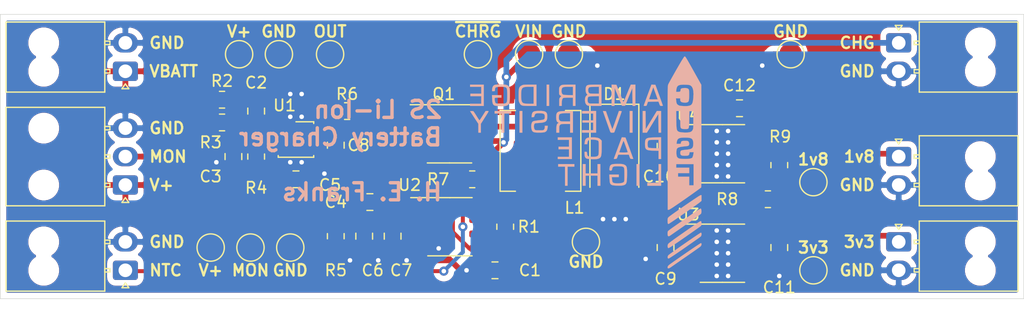
<source format=kicad_pcb>
(kicad_pcb (version 20211014) (generator pcbnew)
  (title_block (title "2S Li-Ion Battery Charger") (date "2021-10-18") (rev "1") (company "Cambridge University Spaceflight") (comment 1 "Drawn By Henry Franks"))
  (layers (0 "F.Cu" signal) (31 "B.Cu" signal) (34 "B.Paste" user) (35 "F.Paste" user) (36 "B.SilkS" user "B.Silkscreen") (37 "F.SilkS" user "F.Silkscreen") (38 "B.Mask" user) (39 "F.Mask" user) (44 "Edge.Cuts" user))
  (net 0 "")
  (net 1 "VBATT")
  (net 2 "GND")
  (net 3 "Net-(C2-Pad1)")
  (net 4 "Net-(C2-Pad2)")
  (net 5 "Net-(C4-Pad1)")
  (net 6 "Net-(C4-Pad2)")
  (net 7 "Net-(C5-Pad1)")
  (net 8 "Net-(C6-Pad1)")
  (net 9 "3v3")
  (net 10 "1v8")
  (net 11 "Net-(D1-Pad1)")
  (net 12 "/BATT_MON")
  (net 13 "Net-(J2-Pad1)")
  (net 14 "Net-(L1-Pad2)")
  (net 15 "Net-(Q1-Pad4)")
  (net 16 "Net-(Q1-Pad2)")
  (net 17 "Net-(R4-Pad2)")
  (net 18 "Net-(R8-Pad1)")
  (net 19 "Net-(C8-Pad1)")
  (net 20 "Net-(J6-Pad1)")
  (net 21 "Net-(TP3-Pad1)")
  (footprint "Battery:R_0805_2012Metric_Pad1.20x1.40mm_HandSolder" (layer "F.Cu") (at 149.4 115.17 90)
    (fp_text reference "R1" (at 0 1 180) (layer "F.SilkS") (effects (justify left)))
    (fp_text value "50m")
    (pad "1" smd roundrect locked (at -1 0 90) (size 1.2 1.4) (layers "F.Cu" "F.Paste" "F.Mask") (roundrect_rratio 0.2083325) (net 1 "VBATT"))
    (pad "2" smd roundrect locked (at 1 0 90) (size 1.2 1.4) (layers "F.Cu" "F.Paste" "F.Mask") (roundrect_rratio 0.2083325) (net 14 "Net-(L1-Pad2)"))
  )
  (footprint "Battery:R_0805_2012Metric_Pad1.20x1.40mm_HandSolder" (layer "F.Cu") (at 173.5 109.75 90)
    (fp_text reference "R9" (at 2.5 -1 180) (layer "F.SilkS") (effects (justify left)))
    (fp_text value "100k")
    (pad "1" smd roundrect locked (at -1 0 90) (size 1.2 1.4) (layers "F.Cu" "F.Paste" "F.Mask") (roundrect_rratio 0.2083325) (net 18 "Net-(R8-Pad1)"))
    (pad "2" smd roundrect locked (at 1 0 90) (size 1.2 1.4) (layers "F.Cu" "F.Paste" "F.Mask") (roundrect_rratio 0.2083325) (net 10 "1v8"))
  )
  (footprint "Battery:R_0805_2012Metric_Pad1.20x1.40mm_HandSolder" (layer "F.Cu") (at 124.5 106)
    (fp_text reference "R3" (at -1 1.75) (layer "F.SilkS"))
    (fp_text value "261")
    (pad "1" smd roundrect locked (at -1 0) (size 1.2 1.4) (layers "F.Cu" "F.Paste" "F.Mask") (roundrect_rratio 0.2083325) (net 12 "/BATT_MON"))
    (pad "2" smd roundrect locked (at 1 0) (size 1.2 1.4) (layers "F.Cu" "F.Paste" "F.Mask") (roundrect_rratio 0.2083325) (net 4 "Net-(C2-Pad2)"))
  )
  (footprint "Battery:SOIC-8_3.9x4.9mm_P1.27mm" (layer "F.Cu") (at 144.5 107)
    (fp_text reference "Q1" (at -0.5 -3.5) (layer "F.SilkS"))
    (fp_text value "Si9933CDY")
    (pad "1" smd roundrect locked (at -2.475 -1.905) (size 1.95 0.6) (layers "F.Cu" "F.Paste" "F.Mask") (net 8 "Net-(C6-Pad1)"))
    (pad "2" smd roundrect locked (at -2.475 -0.635) (size 1.95 0.6) (layers "F.Cu" "F.Paste" "F.Mask") (net 16 "Net-(Q1-Pad2)"))
    (pad "3" smd roundrect locked (at -2.475 0.635) (size 1.95 0.6) (layers "F.Cu" "F.Paste" "F.Mask") (net 8 "Net-(C6-Pad1)"))
    (pad "4" smd roundrect locked (at -2.475 1.905) (size 1.95 0.6) (layers "F.Cu" "F.Paste" "F.Mask") (net 15 "Net-(Q1-Pad4)"))
    (pad "5" smd roundrect locked (at 2.475 1.905) (size 1.95 0.6) (layers "F.Cu" "F.Paste" "F.Mask") (net 13 "Net-(J2-Pad1)"))
    (pad "6" smd roundrect locked (at 2.475 0.635) (size 1.95 0.6) (layers "F.Cu" "F.Paste" "F.Mask") (net 13 "Net-(J2-Pad1)"))
    (pad "7" smd roundrect locked (at 2.475 -0.635) (size 1.95 0.6) (layers "F.Cu" "F.Paste" "F.Mask") (net 11 "Net-(D1-Pad1)"))
    (pad "8" smd roundrect locked (at 2.475 -1.905) (size 1.95 0.6) (layers "F.Cu" "F.Paste" "F.Mask") (net 11 "Net-(D1-Pad1)"))
  )
  (footprint "Battery:R_0805_2012Metric_Pad1.20x1.40mm_HandSolder" (layer "F.Cu") (at 146.5 111)
    (fp_text reference "R7" (at -3 0) (layer "F.SilkS"))
    (fp_text value "100k")
    (pad "1" smd roundrect locked (at -1 0) (size 1.2 1.4) (layers "F.Cu" "F.Paste" "F.Mask") (roundrect_rratio 0.2083325) (net 15 "Net-(Q1-Pad4)"))
    (pad "2" smd roundrect locked (at 1 0) (size 1.2 1.4) (layers "F.Cu" "F.Paste" "F.Mask") (roundrect_rratio 0.2083325) (net 13 "Net-(J2-Pad1)"))
  )
  (footprint "Battery:TestPoint_Pad_D2.0mm" (layer "F.Cu") (at 126 100)
    (fp_text reference "TP1")
    (fp_text value "TestPoint")
    (pad "1" smd circle locked (at 0 0) (size 2 2) (layers "F.Cu" "F.Mask") (net 1 "VBATT"))
  )
  (footprint "Battery:Molex_Nano-Fit_105313-xx02_1x02_P2.50mm_Horizontal" (layer "F.Cu") (at 116 119 180)
    (fp_text reference "J6")
    (fp_text value "NTC")
    (pad "" np_thru_hole circle locked (at 7.18 0 180) (size 1.7 1.7) (drill 1.7) (layers *.Cu *.Mask))
    (pad "" np_thru_hole circle locked (at 7.18 2.5 180) (size 1.7 1.7) (drill 1.7) (layers *.Cu *.Mask))
    (pad "1" thru_hole roundrect locked (at 0 0 180) (size 2.2 1.7) (drill 1.2) (layers *.Cu *.Mask) (roundrect_rratio 0.1470588235) (net 20 "Net-(J6-Pad1)"))
    (pad "2" thru_hole oval locked (at 0 2.5 180) (size 2.2 1.7) (drill 1.2) (layers *.Cu *.Mask) (net 2 "GND"))
  )
  (footprint "Battery:L_Wuerth_HCI-7050" (layer "F.Cu") (at 152.5 108.5 -90)
    (fp_text reference "L1" (at 5 -3 180) (layer "F.SilkS"))
    (fp_text value "6u8")
    (pad "1" smd rect locked (at -2.8 0 270) (size 3.1 3.6) (layers "F.Cu" "F.Adhes" "F.Paste" "F.Mask") (net 11 "Net-(D1-Pad1)"))
    (pad "2" smd rect locked (at 2.8 0 270) (size 3.1 3.6) (layers "F.Cu" "F.Paste" "F.Mask") (net 14 "Net-(L1-Pad2)"))
  )
  (footprint "Battery:R_0805_2012Metric_Pad1.20x1.40mm_HandSolder" (layer "F.Cu") (at 172.5 112.75 180)
    (fp_text reference "R8" (at 2.5 0 180) (layer "F.SilkS") (effects (justify right)))
    (fp_text value "200k")
    (pad "1" smd roundrect locked (at -1 0 180) (size 1.2 1.4) (layers "F.Cu" "F.Paste" "F.Mask") (roundrect_rratio 0.2083325) (net 18 "Net-(R8-Pad1)"))
    (pad "2" smd roundrect locked (at 1 0 180) (size 1.2 1.4) (layers "F.Cu" "F.Paste" "F.Mask") (roundrect_rratio 0.2083325) (net 2 "GND"))
  )
  (footprint "Battery:TestPoint_Pad_D2.0mm" (layer "F.Cu") (at 134 100)
    (fp_text reference "TP3")
    (fp_text value "TestPoint")
    (pad "1" smd circle locked (at 0 0) (size 2 2) (layers "F.Cu" "F.Mask") (net 21 "Net-(TP3-Pad1)"))
  )
  (footprint "Battery:TestPoint_Pad_D2.0mm" (layer "F.Cu") (at 151.5 100)
    (fp_text reference "TP4")
    (fp_text value "TestPoint")
    (pad "1" smd circle locked (at 0 0) (size 2 2) (layers "F.Cu" "F.Mask") (net 13 "Net-(J2-Pad1)"))
  )
  (footprint "Battery:TestPoint_Pad_D2.0mm" (layer "F.Cu") (at 176.5 119)
    (fp_text reference "TP7")
    (fp_text value "TestPoint")
    (pad "1" smd circle locked (at 0 0) (size 2 2) (layers "F.Cu" "F.Mask") (net 9 "3v3"))
  )
  (footprint "Battery:R_0805_2012Metric_Pad1.20x1.40mm_HandSolder" (layer "F.Cu") (at 124.5 104)
    (fp_text reference "R2" (at 0 -1.65) (layer "F.SilkS"))
    (fp_text value "160")
    (pad "1" smd roundrect locked (at -1 0) (size 1.2 1.4) (layers "F.Cu" "F.Paste" "F.Mask") (roundrect_rratio 0.2083325) (net 1 "VBATT"))
    (pad "2" smd roundrect locked (at 1 0) (size 1.2 1.4) (layers "F.Cu" "F.Paste" "F.Mask") (roundrect_rratio 0.2083325) (net 3 "Net-(C2-Pad1)"))
  )
  (footprint "Battery:R_0805_2012Metric_Pad1.20x1.40mm_HandSolder" (layer "F.Cu") (at 134.5 116 -90)
    (fp_text reference "R5" (at 3 0 180) (layer "F.SilkS"))
    (fp_text value "2k2")
    (pad "1" smd roundrect locked (at -1 0 270) (size 1.2 1.4) (layers "F.Cu" "F.Paste" "F.Mask") (roundrect_rratio 0.2083325) (net 6 "Net-(C4-Pad2)"))
    (pad "2" smd roundrect locked (at 1 0 270) (size 1.2 1.4) (layers "F.Cu" "F.Paste" "F.Mask") (roundrect_rratio 0.2083325) (net 2 "GND"))
  )
  (footprint "Battery:TestPoint_Pad_D2.0mm" (layer "F.Cu") (at 129.5 100)
    (fp_text reference "TP2")
    (fp_text value "TestPoint")
    (pad "1" smd circle locked (at 0 0) (size 2 2) (layers "F.Cu" "F.Mask") (net 2 "GND"))
  )
  (footprint "Battery:R_0805_2012Metric_Pad1.20x1.40mm_HandSolder" (layer "F.Cu") (at 135.5 105 180)
    (fp_text reference "R6" (at 0 1.5) (layer "F.SilkS"))
    (fp_text value "100")
    (pad "1" smd roundrect locked (at -1 0 180) (size 1.2 1.4) (layers "F.Cu" "F.Paste" "F.Mask") (roundrect_rratio 0.2083325) (net 1 "VBATT"))
    (pad "2" smd roundrect locked (at 1 0 180) (size 1.2 1.4) (layers "F.Cu" "F.Paste" "F.Mask") (roundrect_rratio 0.2083325) (net 19 "Net-(C8-Pad1)"))
  )
  (footprint "Battery:R_0805_2012Metric_Pad1.20x1.40mm_HandSolder" (layer "F.Cu") (at 127.5 109 90)
    (fp_text reference "R4" (at -2.75 0 180) (layer "F.SilkS"))
    (fp_text value "100")
    (pad "1" smd roundrect locked (at -1 0 90) (size 1.2 1.4) (layers "F.Cu" "F.Paste" "F.Mask") (roundrect_rratio 0.2083325) (net 12 "/BATT_MON"))
    (pad "2" smd roundrect locked (at 1 0 90) (size 1.2 1.4) (layers "F.Cu" "F.Paste" "F.Mask") (roundrect_rratio 0.2083325) (net 17 "Net-(R4-Pad2)"))
  )
  (footprint "Battery:TestPoint_Pad_D2.0mm" (layer "F.Cu") (at 147 100)
    (fp_text reference "TP6")
    (fp_text value "TestPoint")
    (pad "1" smd circle locked (at 0 0) (size 2 2) (layers "F.Cu" "F.Mask") (net 15 "Net-(Q1-Pad4)"))
  )
  (footprint "Battery:C_0805_2012Metric_Pad1.18x1.45mm_HandSolder" (layer "F.Cu") (at 163.5 108.1 -90)
    (fp_text reference "C10" (at 2.65 -1 180) (layer "F.SilkS") (effects (justify right)))
    (fp_text value "10u")
    (pad "1" smd roundrect locked (at -1.0375 0 270) (size 1.175 1.45) (layers "F.Cu" "F.Paste" "F.Mask") (roundrect_rratio 0.2127659574) (net 1 "VBATT"))
    (pad "2" smd roundrect locked (at 1.0375 0 270) (size 1.175 1.45) (layers "F.Cu" "F.Paste" "F.Mask") (roundrect_rratio 0.2127659574) (net 2 "GND"))
  )
  (footprint "Battery:Molex_Nano-Fit_105313-xx02_1x02_P2.50mm_Horizontal" (layer "F.Cu") (at 116 101.5 180)
    (fp_text reference "J3")
    (fp_text value "PWR")
    (pad "" np_thru_hole circle locked (at 7.18 0 180) (size 1.7 1.7) (drill 1.7) (layers *.Cu *.Mask))
    (pad "" np_thru_hole circle locked (at 7.18 2.5 180) (size 1.7 1.7) (drill 1.7) (layers *.Cu *.Mask))
    (pad "1" thru_hole roundrect locked (at 0 0 180) (size 2.2 1.7) (drill 1.2) (layers *.Cu *.Mask) (roundrect_rratio 0.1470588235) (net 1 "VBATT"))
    (pad "2" thru_hole oval locked (at 0 2.5 180) (size 2.2 1.7) (drill 1.2) (layers *.Cu *.Mask) (net 2 "GND"))
  )
  (footprint "Battery:C_0805_2012Metric_Pad1.18x1.45mm_HandSolder" (layer "F.Cu") (at 170 104.75 180)
    (fp_text reference "C12" (at 0 2) (layer "F.SilkS"))
    (fp_text value "10u")
    (pad "1" smd roundrect locked (at -1.0375 0 180) (size 1.175 1.45) (layers "F.Cu" "F.Paste" "F.Mask") (roundrect_rratio 0.2127659574) (net 10 "1v8"))
    (pad "2" smd roundrect locked (at 1.0375 0 180) (size 1.175 1.45) (layers "F.Cu" "F.Paste" "F.Mask") (roundrect_rratio 0.2127659574) (net 2 "GND"))
  )
  (footprint "Battery:D_SMB_Handsoldering" (layer "F.Cu") (at 159 109 -90)
    (fp_text reference "D1" (at -5.5 0 180) (layer "F.SilkS"))
    (fp_text value "B330")
    (pad "1" smd rect locked (at -2.7 0 270) (size 3.5 2.3) (layers "F.Cu" "F.Paste" "F.Mask") (net 11 "Net-(D1-Pad1)"))
    (pad "2" smd rect locked (at 2.7 0 270) (size 3.5 2.3) (layers "F.Cu" "F.Paste" "F.Mask") (net 2 "GND"))
  )
  (footprint "Battery:Molex_Nano-Fit_105313-xx03_1x03_P2.50mm_Horizontal" (layer "F.Cu") (at 116 111.5 180)
    (fp_text reference "J1")
    (fp_text value "BATTERY")
    (pad "" np_thru_hole circle locked (at 7.18 0 180) (size 1.7 1.7) (drill 1.7) (layers *.Cu *.Mask))
    (pad "" np_thru_hole circle locked (at 7.18 5 180) (size 1.7 1.7) (drill 1.7) (layers *.Cu *.Mask))
    (pad "1" thru_hole roundrect locked (at 0 0 180) (size 2.2 1.7) (drill 1.2) (layers *.Cu *.Mask) (roundrect_rratio 0.1470588235) (net 1 "VBATT"))
    (pad "2" thru_hole oval locked (at 0 2.5 180) (size 2.2 1.7) (drill 1.2) (layers *.Cu *.Mask) (net 12 "/BATT_MON"))
    (pad "3" thru_hole oval locked (at 0 5 180) (size 2.2 1.7) (drill 1.2) (layers *.Cu *.Mask) (net 2 "GND"))
  )
  (footprint "Battery:C_0805_2012Metric_Pad1.18x1.45mm_HandSolder" (layer "F.Cu") (at 125.5 109 -90)
    (fp_text reference "C3" (at 1.75 2 180) (layer "F.SilkS"))
    (fp_text value "100n")
    (pad "1" smd roundrect locked (at -1.0375 0 270) (size 1.175 1.45) (layers "F.Cu" "F.Paste" "F.Mask") (roundrect_rratio 0.2127659574) (net 4 "Net-(C2-Pad2)"))
    (pad "2" smd roundrect locked (at 1.0375 0 270) (size 1.175 1.45) (layers "F.Cu" "F.Paste" "F.Mask") (roundrect_rratio 0.2127659574) (net 2 "GND"))
  )
  (footprint "Battery:C_0805_2012Metric_Pad1.18x1.45mm_HandSolder" (layer "F.Cu") (at 137.5 113 180)
    (fp_text reference "C4" (at 3 0) (layer "F.SilkS"))
    (fp_text value "470n")
    (pad "1" smd roundrect locked (at -1.0375 0 180) (size 1.175 1.45) (layers "F.Cu" "F.Paste" "F.Mask") (roundrect_rratio 0.2127659574) (net 5 "Net-(C4-Pad1)"))
    (pad "2" smd roundrect locked (at 1.0375 0 180) (size 1.175 1.45) (layers "F.Cu" "F.Paste" "F.Mask") (roundrect_rratio 0.2127659574) (net 6 "Net-(C4-Pad2)"))
  )
  (footprint "Battery:C_0805_2012Metric_Pad1.18x1.45mm_HandSolder" (layer "F.Cu") (at 148.5 119 180)
    (fp_text reference "C1" (at -2 0 180) (layer "F.SilkS") (effects (justify left)))
    (fp_text value "22u")
    (pad "1" smd roundrect locked (at -1.0375 0 180) (size 1.175 1.45) (layers "F.Cu" "F.Paste" "F.Mask") (roundrect_rratio 0.2127659574) (net 1 "VBATT"))
    (pad "2" smd roundrect locked (at 1.0375 0 180) (size 1.175 1.45) (layers "F.Cu" "F.Paste" "F.Mask") (roundrect_rratio 0.2127659574) (net 2 "GND"))
  )
  (footprint "Battery:C_0805_2012Metric_Pad1.18x1.45mm_HandSolder" (layer "F.Cu") (at 139.5 116 -90)
    (fp_text reference "C7" (at 3 -0.75 180) (layer "F.SilkS"))
    (fp_text value "10u")
    (pad "1" smd roundrect locked (at -1.0375 0 270) (size 1.175 1.45) (layers "F.Cu" "F.Paste" "F.Mask") (roundrect_rratio 0.2127659574) (net 8 "Net-(C6-Pad1)"))
    (pad "2" smd roundrect locked (at 1.0375 0 270) (size 1.175 1.45) (layers "F.Cu" "F.Paste" "F.Mask") (roundrect_rratio 0.2127659574) (net 2 "GND"))
  )
  (footprint "Battery:C_0805_2012Metric_Pad1.18x1.45mm_HandSolder" (layer "F.Cu") (at 163.5 117 -90)
    (fp_text reference "C9" (at 2.75 0 180) (layer "F.SilkS"))
    (fp_text value "10u")
    (pad "1" smd roundrect locked (at -1.0375 0 270) (size 1.175 1.45) (layers "F.Cu" "F.Paste" "F.Mask") (roundrect_rratio 0.2127659574) (net 1 "VBATT"))
    (pad "2" smd roundrect locked (at 1.0375 0 270) (size 1.175 1.45) (layers "F.Cu" "F.Paste" "F.Mask") (roundrect_rratio 0.2127659574) (net 2 "GND"))
  )
  (footprint "Battery:Molex_Nano-Fit_105313-xx02_1x02_P2.50mm_Horizontal" (layer "F.Cu") (at 184 99)
    (fp_text reference "J2")
    (fp_text value "CHG")
    (pad "" np_thru_hole circle locked (at 7.18 2.5) (size 1.7 1.7) (drill 1.7) (layers *.Cu *.Mask))
    (pad "" np_thru_hole circle locked (at 7.18 0) (size 1.7 1.7) (drill 1.7) (layers *.Cu *.Mask))
    (pad "1" thru_hole roundrect locked (at 0 0) (size 2.2 1.7) (drill 1.2) (layers *.Cu *.Mask) (roundrect_rratio 0.1470588235) (net 13 "Net-(J2-Pad1)"))
    (pad "2" thru_hole oval locked (at 0 2.5) (size 2.2 1.7) (drill 1.2) (layers *.Cu *.Mask) (net 2 "GND"))
  )
  (footprint "Battery:Molex_Nano-Fit_105313-xx02_1x02_P2.50mm_Horizontal" (layer "F.Cu") (at 184 109)
    (fp_text reference "J5")
    (fp_text value "1v8")
    (pad "" np_thru_hole circle locked (at 7.18 2.5) (size 1.7 1.7) (drill 1.7) (layers *.Cu *.Mask))
    (pad "" np_thru_hole circle locked (at 7.18 0) (size 1.7 1.7) (drill 1.7) (layers *.Cu *.Mask))
    (pad "1" thru_hole roundrect locked (at 0 0) (size 2.2 1.7) (drill 1.2) (layers *.Cu *.Mask) (roundrect_rratio 0.1470588235) (net 10 "1v8"))
    (pad "2" thru_hole oval locked (at 0 2.5) (size 2.2 1.7) (drill 1.2) (layers *.Cu *.Mask) (net 2 "GND"))
  )
  (footprint "Battery:C_0805_2012Metric_Pad1.18x1.45mm_HandSolder" (layer "F.Cu") (at 173.5 117 -90)
    (fp_text reference "C11" (at 3.5 0 180) (layer "F.SilkS"))
    (fp_text value "10u")
    (pad "1" smd roundrect locked (at -1.0375 0 270) (size 1.175 1.45) (layers "F.Cu" "F.Paste" "F.Mask") (roundrect_rratio 0.2127659574) (net 9 "3v3"))
    (pad "2" smd roundrect locked (at 1.0375 0 270) (size 1.175 1.45) (layers "F.Cu" "F.Paste" "F.Mask") (roundrect_rratio 0.2127659574) (net 2 "GND"))
  )
  (footprint "Battery:C_0805_2012Metric_Pad1.18x1.45mm_HandSolder" (layer "F.Cu") (at 131 111)
    (fp_text reference "C5" (at 3 0.5) (layer "F.SilkS"))
    (fp_text value "330n")
    (pad "1" smd roundrect locked (at -1.0375 0) (size 1.175 1.45) (layers "F.Cu" "F.Paste" "F.Mask") (roundrect_rratio 0.2127659574) (net 7 "Net-(C5-Pad1)"))
    (pad "2" smd roundrect locked (at 1.0375 0) (size 1.175 1.45) (layers "F.Cu" "F.Paste" "F.Mask") (roundrect_rratio 0.2127659574) (net 2 "GND"))
  )
  (footprint "Battery:Molex_Nano-Fit_105313-xx02_1x02_P2.50mm_Horizontal" (layer "F.Cu") (at 184 116.5)
    (fp_text reference "J4")
    (fp_text value "3v3")
    (pad "" np_thru_hole circle locked (at 7.18 0) (size 1.7 1.7) (drill 1.7) (layers *.Cu *.Mask))
    (pad "" np_thru_hole circle locked (at 7.18 2.5) (size 1.7 1.7) (drill 1.7) (layers *.Cu *.Mask))
    (pad "1" thru_hole roundrect locked (at 0 0) (size 2.2 1.7) (drill 1.2) (layers *.Cu *.Mask) (roundrect_rratio 0.1470588235) (net 9 "3v3"))
    (pad "2" thru_hole oval locked (at 0 2.5) (size 2.2 1.7) (drill 1.2) (layers *.Cu *.Mask) (net 2 "GND"))
  )
  (footprint "Battery:C_0805_2012Metric_Pad1.18x1.45mm_HandSolder" (layer "F.Cu") (at 137 116 -90)
    (fp_text reference "C6" (at 3 -0.75 180) (layer "F.SilkS"))
    (fp_text value "100n")
    (pad "1" smd roundrect locked (at -1.0375 0 270) (size 1.175 1.45) (layers "F.Cu" "F.Paste" "F.Mask") (roundrect_rratio 0.2127659574) (net 8 "Net-(C6-Pad1)"))
    (pad "2" smd roundrect locked (at 1.0375 0 270) (size 1.175 1.45) (layers "F.Cu" "F.Paste" "F.Mask") (roundrect_rratio 0.2127659574) (net 2 "GND"))
  )
  (footprint "Battery:C_0805_2012Metric_Pad1.18x1.45mm_HandSolder" (layer "F.Cu") (at 134.5 108 -90)
    (fp_text reference "C8" (at 0 -2 180) (layer "F.SilkS"))
    (fp_text value "100n")
    (pad "1" smd roundrect locked (at -1.0375 0 270) (size 1.175 1.45) (layers "F.Cu" "F.Paste" "F.Mask") (roundrect_rratio 0.2127659574) (net 19 "Net-(C8-Pad1)"))
    (pad "2" smd roundrect locked (at 1.0375 0 270) (size 1.175 1.45) (layers "F.Cu" "F.Paste" "F.Mask") (roundrect_rratio 0.2127659574) (net 2 "GND"))
  )
  (footprint "Battery:TestPoint_Pad_D2.0mm" (layer "F.Cu") (at 127 117)
    (fp_text reference "TP10")
    (fp_text value "TestPoint")
    (pad "1" smd circle locked (at 0 0) (size 2 2) (layers "F.Cu" "F.Mask") (net 12 "/BATT_MON"))
  )
  (footprint "Battery:TestPoint_Pad_D2.0mm" (layer "F.Cu") (at 130.5 117)
    (fp_text reference "TP11")
    (fp_text value "TestPoint")
    (pad "1" smd circle locked (at 0 0) (size 2 2) (layers "F.Cu" "F.Mask") (net 2 "GND"))
  )
  (footprint "Battery:SOIC-8_3.9x4.9mm_P1.27mm" (layer "F.Cu") (at 168.5 108.75)
    (fp_text reference "U4" (at -3 -3.4) (layer "F.SilkS"))
    (fp_text value "MAX604")
    (pad "1" smd roundrect locked (at -2.475 -1.905) (size 1.95 0.6) (layers "F.Cu" "F.Paste" "F.Mask") (net 1 "VBATT"))
    (pad "2" smd roundrect locked (at -2.475 -0.635) (size 1.95 0.6) (layers "F.Cu" "F.Paste" "F.Mask") (net 2 "GND"))
    (pad "3" smd roundrect locked (at -2.475 0.635) (size 1.95 0.6) (layers "F.Cu" "F.Paste" "F.Mask") (net 2 "GND"))
    (pad "4" smd roundrect locked (at -2.475 1.905) (size 1.95 0.6) (layers "F.Cu" "F.Paste" "F.Mask") (net 1 "VBATT"))
    (pad "5" smd roundrect locked (at 2.475 1.905) (size 1.95 0.6) (layers "F.Cu" "F.Paste" "F.Mask") (net 18 "Net-(R8-Pad1)"))
    (pad "6" smd roundrect locked (at 2.475 0.635) (size 1.95 0.6) (layers "F.Cu" "F.Paste" "F.Mask") (net 2 "GND"))
    (pad "7" smd roundrect locked (at 2.475 -0.635) (size 1.95 0.6) (layers "F.Cu" "F.Paste" "F.Mask") (net 2 "GND"))
    (pad "8" smd roundrect locked (at 2.475 -1.905) (size 1.95 0.6) (layers "F.Cu" "F.Paste" "F.Mask") (net 10 "1v8"))
  )
  (footprint "Battery:TestPoint_Pad_D2.0mm" (layer "F.Cu") (at 176.5 111.25)
    (fp_text reference "TP8")
    (fp_text value "TestPoint")
    (pad "1" smd circle locked (at 0 0) (size 2 2) (layers "F.Cu" "F.Mask") (net 10 "1v8"))
  )
  (footprint "Battery:TestPoint_Pad_D2.0mm" (layer "F.Cu") (at 123.5 117)
    (fp_text reference "TP9")
    (fp_text value "TestPoint")
    (pad "1" smd circle locked (at 0 0) (size 2 2) (layers "F.Cu" "F.Mask") (net 1 "VBATT"))
  )
  (footprint "Battery:BQ2920X" (layer "F.Cu") (at 131 107.5)
    (fp_text reference "U1" (at -1 -3) (layer "F.SilkS"))
    (fp_text value "BQ29200")
    (pad "1" smd rect locked (at -1.4 -0.975) (size 0.65 0.35) (layers "F.Cu" "F.Paste" "F.Mask") (net 3 "Net-(C2-Pad1)"))
    (pad "2" smd rect locked (at -1.4 -0.325) (size 0.65 0.35) (layers "F.Cu" "F.Paste" "F.Mask") (net 4 "Net-(C2-Pad2)"))
    (pad "3" smd rect locked (at -1.4 0.325) (size 0.65 0.35) (layers "F.Cu" "F.Paste" "F.Mask") (net 17 "Net-(R4-Pad2)"))
    (pad "4" smd rect locked (at -1.4 0.975) (size 0.65 0.35) (layers "F.Cu" "F.Paste" "F.Mask") (net 7 "Net-(C5-Pad1)"))
    (pad "5" smd rect locked (at 1.4 0.975) (size 0.65 0.35) (layers "F.Cu" "F.Paste" "F.Mask") (net 2 "GND"))
    (pad "6" smd rect locked (at 1.4 0.325) (size 0.65 0.35) (layers "F.Cu" "F.Paste" "F.Mask") (net 2 "GND"))
    (pad "7" smd rect locked (at 1.4 -0.325) (size 0.65 0.35) (layers "F.Cu" "F.Paste" "F.Mask") (net 19 "Net-(C8-Pad1)"))
    (pad "8" smd rect locked (at 1.4 -0.975) (size 0.65 0.35) (layers "F.Cu" "F.Paste" "F.Mask") (net 21 "Net-(TP3-Pad1)"))
    (pad "9" smd rect locked (at 0 0) (size 1.55 2.4) (layers "F.Cu" "F.Mask"))
  )
  (footprint "Battery:C_0805_2012Metric_Pad1.18x1.45mm_HandSolder" (layer "F.Cu") (at 127.5 105 -90)
    (fp_text reference "C2" (at -2.5 0 180) (layer "F.SilkS"))
    (fp_text value "100n")
    (pad "1" smd roundrect locked (at -1.0375 0 270) (size 1.175 1.45) (layers "F.Cu" "F.Paste" "F.Mask") (roundrect_rratio 0.2127659574) (net 3 "Net-(C2-Pad1)"))
    (pad "2" smd roundrect locked (at 1.0375 0 270) (size 1.175 1.45) (layers "F.Cu" "F.Paste" "F.Mask") (roundrect_rratio 0.2127659574) (net 4 "Net-(C2-Pad2)"))
  )
  (footprint "Battery:SO-8_3.9x4.9mm_P1.27mm" (layer "F.Cu") (at 144.54 115.17)
    (fp_text reference "U2" (at -3.54 -3.67) (layer "F.SilkS"))
    (fp_text value "LTC4002ES8")
    (pad "1" smd roundrect locked (at -2.575 -1.905) (size 1.75 0.6) (layers "F.Cu" "F.Paste" "F.Mask") (net 5 "Net-(C4-Pad1)"))
    (pad "2" smd roundrect locked (at -2.575 -0.635) (size 1.75 0.6) (layers "F.Cu" "F.Paste" "F.Mask") (net 8 "Net-(C6-Pad1)"))
    (pad "3" smd roundrect locked (at -2.575 0.635) (size 1.75 0.6) (layers "F.Cu" "F.Paste" "F.Mask") (net 16 "Net-(Q1-Pad2)"))
    (pad "4" smd roundrect locked (at -2.575 1.905) (size 1.75 0.6) (layers "F.Cu" "F.Paste" "F.Mask") (net 2 "GND"))
    (pad "5" smd roundrect locked (at 2.575 1.905) (size 1.75 0.6) (layers "F.Cu" "F.Paste" "F.Mask") (net 15 "Net-(Q1-Pad4)"))
    (pad "6" smd roundrect locked (at 2.575 0.635) (size 1.75 0.6) (layers "F.Cu" "F.Paste" "F.Mask") (net 1 "VBATT"))
    (pad "7" smd roundrect locked (at 2.575 -0.635) (size 1.75 0.6) (layers "F.Cu" "F.Paste" "F.Mask") (net 14 "Net-(L1-Pad2)"))
    (pad "8" smd roundrect locked (at 2.575 -1.905) (size 1.75 0.6) (layers "F.Cu" "F.Paste" "F.Mask") (net 20 "Net-(J6-Pad1)"))
  )
  (footprint "Battery:SOIC-8_3.9x4.9mm_P1.27mm" (layer "F.Cu") (at 168.5 117.5)
    (fp_text reference "U3" (at -3 -3.4) (layer "F.SilkS"))
    (fp_text value "MAX604")
    (pad "1" smd roundrect locked (at -2.475 -1.905) (size 1.95 0.6) (layers "F.Cu" "F.Paste" "F.Mask") (net 1 "VBATT"))
    (pad "2" smd roundrect locked (at -2.475 -0.635) (size 1.95 0.6) (layers "F.Cu" "F.Paste" "F.Mask") (net 2 "GND"))
    (pad "3" smd roundrect locked (at -2.475 0.635) (size 1.95 0.6) (layers "F.Cu" "F.Paste" "F.Mask") (net 2 "GND"))
    (pad "4" smd roundrect locked (at -2.475 1.905) (size 1.95 0.6) (layers "F.Cu" "F.Paste" "F.Mask") (net 1 "VBATT"))
    (pad "5" smd roundrect locked (at 2.475 1.905) (size 1.95 0.6) (layers "F.Cu" "F.Paste" "F.Mask") (net 2 "GND"))
    (pad "6" smd roundrect locked (at 2.475 0.635) (size 1.95 0.6) (layers "F.Cu" "F.Paste" "F.Mask") (net 2 "GND"))
    (pad "7" smd roundrect locked (at 2.475 -0.635) (size 1.95 0.6) (layers "F.Cu" "F.Paste" "F.Mask") (net 2 "GND"))
    (pad "8" smd roundrect locked (at 2.475 -1.905) (size 1.95 0.6) (layers "F.Cu" "F.Paste" "F.Mask") (net 9 "3v3"))
  )
  (footprint "Battery:TestPoint_Pad_D2.0mm" (layer "F.Cu") (at 155 100)
    (fp_text reference "TP5")
    (fp_text value "TestPoint")
    (pad "1" smd circle locked (at 0 0) (size 2 2) (layers "F.Cu" "F.Mask") (net 2 "GND"))
  )
  (footprint "Battery:TestPoint_Pad_D2.0mm" (layer "F.Cu") (at 174.5 100)
    (fp_text reference "TP12")
    (fp_text value "TestPoint")
    (pad "1" smd circle locked (at 0 0) (size 2 2) (layers "F.Cu" "F.Mask") (net 2 "GND"))
  )
  (footprint "Battery:TestPoint_Pad_D2.0mm" (layer "F.Cu") (at 156.5 116.5)
    (fp_text reference "TP13")
    (fp_text value "TestPoint")
    (pad "1" smd circle locked (at 0 0) (size 2 2) (layers "F.Cu" "F.Mask") (net 2 "GND"))
  )
  (footprint "Battery:cusf_logo_full" (layer "B.Cu") (at 156.5 109.5 180)
    (fp_text reference "G***" hide)
    (fp_text value "LOGO" hide)
  )
  (gr_line (start 195 121.5) (end 105 121.5) (layer "Edge.Cuts") (width 0.05))
  (gr_line (start 105 96.5) (end 195 96.5) (layer "Edge.Cuts") (width 0.05))
  (gr_line (start 195 96.5) (end 195 121.5) (layer "Edge.Cuts") (width 0.05))
  (gr_line (start 105 121.5) (end 105 96.5) (layer "Edge.Cuts") (width 0.05))
  (gr_text "2S Li-Ion\nBattery Charger\n\nH. E. Franks" (at 144 108.5) (layer "B.SilkS") (effects (font (size 1.5 1.5) (thickness 0.3)) (justify left mirror)))
  (gr_text "V+" (at 126 98) (layer "F.SilkS") (effects (font (size 1 1) (thickness 0.2))))
  (gr_text "GND" (at 130.5 119) (layer "F.SilkS") (effects (font (size 1 1) (thickness 0.2))))
  (gr_text "~{CHRG}" (at 147 98) (layer "F.SilkS") (effects (font (size 1 1) (thickness 0.2))))
  (gr_text "V+" (at 123.5 119) (layer "F.SilkS") (effects (font (size 1 1) (thickness 0.2))))
  (gr_text "GND" (at 174.5 98) (layer "F.SilkS") (effects (font (size 1 1) (thickness 0.2))))
  (gr_text "GND" (at 118 116.5) (layer "F.SilkS") (effects (font (size 1 1) (thickness 0.2)) (justify left)))
  (gr_text "OUT" (at 134 98) (layer "F.SilkS") (effects (font (size 1 1) (thickness 0.2))))
  (gr_text "MON" (at 118 109) (layer "F.SilkS") (effects (font (size 1 1) (thickness 0.2)) (justify left)))
  (gr_text "MON" (at 127 119) (layer "F.SilkS") (effects (font (size 1 1) (thickness 0.2))))
  (gr_text "GND" (at 129.5 98) (layer "F.SilkS") (effects (font (size 1 1) (thickness 0.2))))
  (gr_text "GND" (at 118 99) (layer "F.SilkS") (effects (font (size 1 1) (thickness 0.2)) (justify left)))
  (gr_text "VIN" (at 151.5 98) (layer "F.SilkS") (effects (font (size 1 1) (thickness 0.2))))
  (gr_text "GND" (at 155 98) (layer "F.SilkS") (effects (font (size 1 1) (thickness 0.2))))
  (gr_text "GND" (at 156.5 118.25) (layer "F.SilkS") (effects (font (size 1 1) (thickness 0.2))))
  (gr_text "GND" (at 118 106.5) (layer "F.SilkS") (effects (font (size 1 1) (thickness 0.2)) (justify left)))
  (gr_text "1v8" (at 176.5 109.25) (layer "F.SilkS") (effects (font (size 1 1) (thickness 0.2))))
  (gr_text "NTC" (at 118 119) (layer "F.SilkS") (effects (font (size 1 1) (thickness 0.2)) (justify left)))
  (gr_text "3v3" (at 176.5 117) (layer "F.SilkS") (effects (font (size 1 1) (thickness 0.2))))
  (gr_text "V+" (at 118 111.5) (layer "F.SilkS") (effects (font (size 1 1) (thickness 0.2)) (justify left)))
  (gr_text "VBATT" (at 118 101.5) (layer "F.SilkS") (effects (font (size 1 1) (thickness 0.2)) (justify left)))
  (gr_text "GND" (at 182 111.5) (layer "F.SilkS") (effects (font (size 1 1) (thickness 0.2)) (justify right)))
  (gr_text "3v3" (at 182 116.5) (layer "F.SilkS") (effects (font (size 1 1) (thickness 0.2)) (justify right)))
  (gr_text "GND" (at 182 119) (layer "F.SilkS") (effects (font (size 1 1) (thickness 0.2)) (justify right)))
  (gr_text "1v8" (at 182 109) (layer "F.SilkS") (effects (font (size 1 1) (thickness 0.2)) (justify right)))
  (gr_text "CHG" (at 182 99) (layer "F.SilkS") (effects (font (size 1 1) (thickness 0.2)) (justify right)))
  (gr_text "GND" (at 182 101.5) (layer "F.SilkS") (effects (font (size 1 1) (thickness 0.2)) (justify right)))
  (segment (start 163.8675 115.595) (end 163.5 115.9625) (width 0.5) (layer "F.Cu") (net 1))
  (segment (start 166.025 106.845) (end 163.7175 106.845) (width 0.5) (layer "F.Cu") (net 1))
  (segment (start 149.5 118.9625) (end 149.5375 119) (width 0.5) (layer "F.Cu") (net 1))
  (segment (start 163.7175 106.845) (end 163.5 107.0625) (width 0.5) (layer "F.Cu") (net 1))
  (segment (start 166.025 115.595) (end 163.8675 115.595) (width 0.5) (layer "F.Cu") (net 1))
  (segment (start 147.115 115.805) (end 149.035 115.805) (width 0.25) (layer "F.Cu") (net 1))
  (segment (start 149.035 115.805) (end 149.4 116.17) (width 0.25) (layer "F.Cu") (net 1))
  (segment (start 162.25 118) (end 161.75 118) (width 0.5) (layer "F.Cu") (net 2))
  (segment (start 156.5 115.25) (end 156.5 116.5) (width 0.5) (layer "F.Cu") (net 2))
  (segment (start 137 117.0375) (end 138.08749 118.12499) (width 0.5) (layer "F.Cu") (net 2))
  (segment (start 138.23125 118.12499) (end 135.75 118.12499) (width 0.5) (layer "F.Cu") (net 2))
  (segment (start 155 100) (end 156.5 100) (width 0.5) (layer "F.Cu") (net 2))
  (segment (start 174.5 100) (end 173 100) (width 0.5) (layer "F.Cu") (net 2))
  (segment (start 156.5 100) (end 157.5 101) (width 0.5) (layer "F.Cu") (net 2))
  (segment (start 173 100) (end 172 101) (width 0.5) (layer "F.Cu") (net 2))
  (segment (start 130.5 117) (end 134.5 117) (width 0.5) (layer "F.Cu") (net 2))
  (segment (start 144.737495 118.262505) (end 144.59998 118.12499) (width 0.5) (layer "F.Cu") (net 2))
  (segment (start 141.965 117.075) (end 143.54999 117.075) (width 0.5) (layer "F.Cu") (net 2))
  (segment (start 131.5 105.5) (end 131.5 103.5) (width 0.5) (layer "F.Cu") (net 2))
  (segment (start 144.59998 118.12499) (end 141.296935 118.12499) (width 0.5) (layer "F.Cu") (net 2))
  (segment (start 134.5 109.5) (end 133.5 110.5) (width 0.5) (layer "F.Cu") (net 2))
  (segment (start 147.4625 119) (end 146 119) (width 0.5) (layer "F.Cu") (net 2))
  (segment (start 141.296935 118.12499) (end 140.73125 118.12499) (width 0.5) (layer "F.Cu") (net 2))
  (segment (start 163.4625 118) (end 162.25 118) (width 0.5) (layer "F.Cu") (net 2))
  (segment (start 133.5 110.5) (end 133 111) (width 0.5) (layer "F.Cu") (net 2))
  (segment (start 160 114.5) (end 160 112.7) (width 0.5) (layer "F.Cu") (net 2))
  (segment (start 132.0375 110.0375) (end 131.5 109.5) (width 0.5) (layer "F.Cu") (net 2))
  (segment (start 131 107.5) (end 131.325001 107.825001) (width 0.35) (layer "F.Cu") (net 2))
  (segment (start 140.58749 118.12499) (end 140.73125 118.12499) (width 0.5) (layer "F.Cu") (net 2))
  (segment (start 134.5 117) (end 135.62499 118.12499) (width 0.5) (layer "F.Cu") (net 2))
  (segment (start 124.5375 110.0375) (end 124 109.5) (width 0.5) (layer "F.Cu") (net 2))
  (segment (start 159 114.5) (end 158 114.5) (width 0.5) (layer "F.Cu") (net 2))
  (segment (start 144.737495 118.262505) (end 143.54999 117.075) (width 0.5) (layer "F.Cu") (net 2))
  (segment (start 129.5 100) (end 130.5 101) (width 0.5) (layer "F.Cu") (net 2))
  (segment (start 146 119) (end 145.47499 119) (width 0.5) (layer "F.Cu") (net 2))
  (segment (start 144.97499 118.5) (end 145.47499 119) (width 0.5) (layer "F.Cu") (net 2))
  (segment (start 131.5 102) (end 130.5 101) (width 0.5) (layer "F.Cu") (net 2))
  (segment (start 130.5 105.5) (end 131.5 105.5) (width 0.5) (layer "F.Cu") (net 2))
  (segment (start 130.5 103.5) (end 131.5 103.5) (width 0.5) (layer "F.Cu") (net 2))
  (segment (start 138.08749 118.12499) (end 138.23125 118.12499) (width 0.5) (layer "F.Cu") (net 2))
  (segment (start 140.73125 118.12499) (end 138.23125 118.12499) (width 0.5) (layer "F.Cu") (net 2))
  (segment (start 139.5 117.0375) (end 140.58749 118.12499) (width 0.5) (layer "F.Cu") (net 2))
  (segment (start 156.5 115.25) (end 157.25 114.5) (width 0.5) (layer "F.Cu") (net 2))
  (segment (start 157.25 114.5) (end 158 114.5) (width 0.5) (layer "F.Cu") (net 2))
  (segment (start 133 111) (end 132.0375 111) (width 0.5) (layer "F.Cu") (net 2))
  (segment (start 163.5 118.0375) (end 163.4625 118) (width 0.5) (layer "F.Cu") (net 2))
  (segment (start 130.5 103.5) (end 130.5 105.5) (width 0.5) (layer "F.Cu") (net 2))
  (segment (start 143.575 117.075) (end 143.54999 117.075) (width 0.35) (layer "F.Cu") (net 2))
  (segment (start 143.575 117.075) (end 143.575 117.075) (width 0.35) (layer "F.Cu") (net 2))
  (segment (start 134.5 109.0375) (end 134.5 109.5) (width 0.5) (layer "F.Cu") (net 2))
  (segment (start 160 112.7) (end 159 111.7) (width 0.5) (layer "F.Cu") (net 2))
  (segment (start 158 114.5) (end 158 112.7) (width 0.5) (layer "F.Cu") (net 2))
  (segment (start 159 114.5) (end 160 114.5) (width 0.5) (layer "F.Cu") (net 2))
  (segment (start 132.4 108.475) (end 130.525 108.475) (width 0.35) (layer "F.Cu") (net 2))
  (segment (start 135.62499 118.12499) (end 135.75 118.12499) (width 0.5) (layer "F.Cu") (net 2))
  (segment (start 158 112.7) (end 159 111.7) (width 0.5) (layer "F.Cu") (net 2))
  (segment (start 131.5 103.5) (end 131.5 102) (width 0.5) (layer "F.Cu") (net 2))
  (segment (start 130.5 109.5) (end 131.5 109.5) (width 0.5) (layer "F.Cu") (net 2))
  (segment (start 145.47499 119) (end 144.737495 118.262505) (width 0.5) (layer "F.Cu") (net 2))
  (segment (start 132.0375 111) (end 132.0375 110.0375) (width 0.5) (layer "F.Cu") (net 2))
  (segment (start 130.5 101) (end 130.5 103.5) (width 0.5) (layer "F.Cu") (net 2))
  (segment (start 132.9625 109.0375) (end 132.4 108.475) (width 0.35) (layer "F.Cu") (net 2))
  (segment (start 131.325001 107.825001) (end 132.4 107.825001) (width 0.35) (layer "F.Cu") (net 2))
  (segment (start 134.5 109.0375) (end 132.9625 109.0375) (width 0.35) (layer "F.Cu") (net 2))
  (segment (start 169 104.7875) (end 168.9625 104.75) (width 0.5) (layer "F.Cu") (net 2))
  (segment (start 173.5 118.0375) (end 173.5 119.5) (width 0.5) (layer "F.Cu") (net 2))
  (segment (start 164.5225 108.115) (end 163.5 109.1375) (width 0.5) (layer "F.Cu") (net 2))
  (segment (start 166.025 108.115) (end 164.5225 108.115) (width 0.5) (layer "F.Cu") (net 2))
  (segment (start 170.975 118.135) (end 173.4025 118.135) (width 0.5) (layer "F.Cu") (net 2))
  (segment (start 139.5 117.0375) (end 141.9275 117.0375) (width 0.5) (layer "F.Cu") (net 2))
  (segment (start 125.5 110.0375) (end 124.5375 110.0375) (width 0.5) (layer "F.Cu") (net 2))
  (segment (start 137 117.0375) (end 134.5375 117.0375) (width 0.5) (layer "F.Cu") (net 2))
  (segment (start 125.5 110.0375) (end 125.0375 110.0375) (width 0.5) (layer "F.Cu") (net 2))
  (segment (start 169 106.75) (end 169 104.7875) (width 0.5) (layer "F.Cu") (net 2))
  (segment (start 168 105.7125) (end 168.9625 104.75) (width 0.5) (layer "F.Cu") (net 2))
  (segment (start 163.5975 118.135) (end 163.5 118.0375) (width 0.5) (layer "F.Cu") (net 2))
  (segment (start 137 117.0375) (end 139.5 117.0375) (width 0.5) (layer "F.Cu") (net 2))
  (segment (start 173.405 119.405) (end 173.5 119.5) (width 0.5) (layer "F.Cu") (net 2))
  (segment (start 163.7475 109.385) (end 163.5 109.1375) (width 0.5) (layer "F.Cu") (net 2))
  (segment (start 159 111.7) (end 159 114.5) (width 0.5) (layer "F.Cu") (net 2))
  (segment (start 169 110.75) (end 171 112.75) (width 0.5) (layer "F.Cu") (net 2))
  (segment (start 141.9275 117.0375) (end 141.965 117.075) (width 0.5) (layer "F.Cu") (net 2))
  (segment (start 166.025 109.385) (end 163.7475 109.385) (width 0.5) (layer "F.Cu") (net 2))
  (segment (start 134.5375 117.0375) (end 134.5 117) (width 0.5) (layer "F.Cu") (net 2))
  (segment (start 171 112.75) (end 171.5 112.75) (width 0.5) (layer "F.Cu") (net 2))
  (segment (start 168 106.75) (end 168 105.7125) (width 0.5) (layer "F.Cu") (net 2))
  (segment (start 166.025 116.865) (end 164.6725 116.865) (width 0.5) (layer "F.Cu") (net 2))
  (segment (start 166.025 118.135) (end 163.5975 118.135) (width 0.5) (layer "F.Cu") (net 2))
  (segment (start 170.975 116.865) (end 172.3275 116.865) (width 0.5) (layer "F.Cu") (net 2))
  (segment (start 164.6725 116.865) (end 163.5 118.0375) (width 0.5) (layer "F.Cu") (net 2))
  (segment (start 172.3275 116.865) (end 173.5 118.0375) (width 0.5) (layer "F.Cu") (net 2))
  (segment (start 170.975 119.405) (end 173.405 119.405) (width 0.5) (layer "F.Cu") (net 2))
  (segment (start 131.5 108) (end 131 107.5) (width 0.5) (layer "F.Cu") (net 2))
  (segment (start 130.5 108) (end 131 107.5) (width 0.5) (layer "F.Cu") (net 2))
  (segment (start 131.5 105.5) (end 131.5 107) (width 0.5) (layer "F.Cu") (net 2))
  (segment (start 131.5 107) (end 131 107.5) (width 0.5) (layer "F.Cu") (net 2))
  (segment (start 130.5 105.5) (end 130.5 107) (width 0.5) (layer "F.Cu") (net 2))
  (segment (start 130.5 107) (end 131 107.5) (width 0.5) (layer "F.Cu") (net 2))
  (segment (start 131.5 109.5) (end 131.5 108) (width 0.5) (layer "F.Cu") (net 2))
  (segment (start 130.5 109.5) (end 130.5 108) (width 0.5) (layer "F.Cu") (net 2))
  (segment (start 173.4025 118.135) (end 173.5 118.0375) (width 0.5) (layer "F.Cu") (net 2))
  (via (at 124 109.5) (size 0.8) (drill 0.4) (layers "F.Cu" "B.Cu") (net 2))
  (via (at 131.5 105.5) (size 0.8) (drill 0.4) (layers "F.Cu" "B.Cu") (net 2))
  (via (at 173.5 119.5) (size 0.8) (drill 0.4) (layers "F.Cu" "B.Cu") (net 2))
  (via (at 169 116.5) (size 0.8) (drill 0.4) (layers "F.Cu" "B.Cu") (net 2))
  (via (at 135.75 118.12499) (size 0.8) (drill 0.4) (layers "F.Cu" "B.Cu") (net 2))
  (via (at 168 108.75) (size 0.8) (drill 0.4) (layers "F.Cu" "B.Cu") (net 2))
  (via (at 130.5 103.5) (size 0.8) (drill 0.4) (layers "F.Cu" "B.Cu") (net 2))
  (via (at 169 118.5) (size 0.8) (drill 0.4) (layers "F.Cu" "B.Cu") (net 2))
  (via (at 130.5 109.5) (size 0.8) (drill 0.4) (layers "F.Cu" "B.Cu") (net 2))
  (via (at 169 106.75) (size 0.8) (drill 0.4) (layers "F.Cu" "B.Cu") (net 2))
  (via (at 131.5 109.5) (size 0.8) (drill 0.4) (layers "F.Cu" "B.Cu") (net 2))
  (via (at 169 117.5) (size 0.8) (drill 0.4) (layers "F.Cu" "B.Cu") (net 2))
  (via (at 130.5 105.5) (size 0.8) (drill 0.4) (layers "F.Cu" "B.Cu") (net 2))
  (via (at 168 109.75) (size 0.8) (drill 0.4) (layers "F.Cu" "B.Cu") (net 2))
  (via (at 168 116.5) (size 0.8) (drill 0.4) (layers "F.Cu" "B.Cu") (net 2))
  (via (at 168 119.5) (size 0.8) (drill 0.4) (layers "F.Cu" "B.Cu") (net 2))
  (via (at 140.73125 118.12499) (size 0.8) (drill 0.4) (layers "F.Cu" "B.Cu") (net 2))
  (via (at 143.54999 117.075) (size 0.8) (drill 0.4) (layers "F.Cu" "B.Cu") (net 2))
  (via (at 168 117.5) (size 0.8) (drill 0.4) (layers "F.Cu" "B.Cu") (net 2))
  (via (at 168 115.5) (size 0.8) (drill 0.4) (layers "F.Cu" "B.Cu") (net 2))
  (via (at 157.5 101) (size 0.8) (drill 0.4) (layers "F.Cu" "B.Cu") (net 2))
  (via (at 169 115.5) (size 0.8) (drill 0.4) (layers "F.Cu" "B.Cu") (net 2))
  (via (at 168 106.75) (size 0.8) (drill 0.4) (layers "F.Cu" "B.Cu") (net 2))
  (via (at 138.23125 118.12499) (size 0.8) (drill 0.4) (layers "F.Cu" "B.Cu") (net 2))
  (via (at 168 107.75) (size 0.8) (drill 0.4) (layers "F.Cu" "B.Cu") (net 2))
  (via (at 131.5 103.5) (size 0.8) (drill 0.4) (layers "F.Cu" "B.Cu") (net 2))
  (via (at 169 119.5) (size 0.8) (drill 0.4) (layers "F.Cu" "B.Cu") (net 2))
  (via (at 169 110.75) (size 0.8) (drill 0.4) (layers "F.Cu" "B.Cu") (net 2))
  (via (at 161.75 118) (size 0.8) (drill 0.4) (layers "F.Cu" "B.Cu") (net 2))
  (via (at 146 119) (size 0.8) (drill 0.4) (layers "F.Cu" "B.Cu") (net 2))
  (via (at 169 108.75) (size 0.8) (drill 0.4) (layers "F.Cu" "B.Cu") (net 2))
  (via (at 172 101) (size 0.8) (drill 0.4) (layers "F.Cu" "B.Cu") (net 2))
  (via (at 169 109.75) (size 0.8) (drill 0.4) (layers "F.Cu" "B.Cu") (net 2))
  (via (at 168 110.75) (size 0.8) (drill 0.4) (layers "F.Cu" "B.Cu") (net 2))
  (via (at 169 107.75) (size 0.8) (drill 0.4) (layers "F.Cu" "B.Cu") (net 2))
  (via (at 159 114.5) (size 0.8) (drill 0.4) (layers "F.Cu" "B.Cu") (net 2))
  (via (at 158 114.5) (size 0.8) (drill 0.4) (layers "F.Cu" "B.Cu") (net 2))
  (via (at 168 118.5) (size 0.8) (drill 0.4) (layers "F.Cu" "B.Cu") (net 2))
  (via (at 133.5 110.5) (size 0.8) (drill 0.4) (layers "F.Cu" "B.Cu") (net 2))
  (via (at 160 114.5) (size 0.8) (drill 0.4) (layers "F.Cu" "B.Cu") (net 2))
  (segment (start 127.5 103.9625) (end 125.5375 103.9625) (width 0.5) (layer "F.Cu") (net 3))
  (segment (start 129.6 106.0625) (end 127.5 103.9625) (width 0.35) (layer "F.Cu") (net 3))
  (segment (start 129.6 106.525) (end 129.6 106.0625) (width 0.35) (layer "F.Cu") (net 3))
  (segment (start 125.5375 103.9625) (end 125.5 104) (width 0.5) (layer "F.Cu") (net 3))
  (segment (start 125.5375 106.0375) (end 125.5 106) (width 0.5) (layer "F.Cu") (net 4))
  (segment (start 128.6375 107.175) (end 127.5 106.0375) (width 0.35) (layer "F.Cu") (net 4))
  (segment (start 127.5 106.0375) (end 125.5375 106.0375) (width 0.5) (layer "F.Cu") (net 4))
  (segment (start 125.5 106) (end 125.5 107.9625) (width 0.5) (layer "F.Cu") (net 4))
  (segment (start 129.6 107.175) (end 128.6375 107.175) (width 0.35) (layer "F.Cu") (net 4))
  (segment (start 138.8025 113.265) (end 138.5375 113) (width 0.5) (layer "F.Cu") (net 5))
  (segment (start 141.965 113.265) (end 138.8025 113.265) (width 0.5) (layer "F.Cu") (net 5))
  (segment (start 136.4625 113) (end 136.4625 113.0375) (width 0.5) (layer "F.Cu") (net 6))
  (segment (start 136.4625 113.0375) (end 134.5 115) (width 0.5) (layer "F.Cu") (net 6))
  (segment (start 129.6 110.6375) (end 129.6 108.475) (width 0.35) (layer "F.Cu") (net 7))
  (segment (start 129.9625 111) (end 129.6 110.6375) (width 0.35) (layer "F.Cu") (net 7))
  (segment (start 141.05 105.095) (end 139.77499 106.37001) (width 0.5) (layer "F.Cu") (net 8))
  (segment (start 139.77499 106.37001) (end 139.77499 109.77499) (width 0.5) (layer "F.Cu") (net 8))
  (segment (start 142.979957 112.414991) (end 143.390009 112.825043) (width 0.5) (layer "F.Cu") (net 8))
  (segment (start 143.390009 113.984991) (end 142.84 114.535) (width 0.5) (layer "F.Cu") (net 8))
  (segment (start 141.5375 114.9625) (end 141.965 114.535) (width 0.35) (layer "F.Cu") (net 8))
  (segment (start 142.719966 105.095) (end 142.025 105.095) (width 0.5) (layer "F.Cu") (net 8))
  (segment (start 142.025 105.095) (end 141.05 105.095) (width 0.5) (layer "F.Cu") (net 8))
  (segment (start 142.025 107.635) (end 143 107.635) (width 0.5) (layer "F.Cu") (net 8))
  (segment (start 139.77499 109.77499) (end 142.414991 112.414991) (width 0.5) (layer "F.Cu") (net 8))
  (segment (start 142.84 114.535) (end 141.965 114.535) (width 0.5) (layer "F.Cu") (net 8))
  (segment (start 143 107.635) (end 143.55001 107.08499) (width 0.5) (layer "F.Cu") (net 8))
  (segment (start 139.5 114.9625) (end 141.5375 114.9625) (width 0.35) (layer "F.Cu") (net 8))
  (segment (start 143.55001 107.08499) (end 143.55001 105.925044) (width 0.5) (layer "F.Cu") (net 8))
  (segment (start 139.5 114.9625) (end 137 114.9625) (width 0.5) (layer "F.Cu") (net 8))
  (segment (start 143.55001 105.925044) (end 142.719966 105.095) (width 0.5) (layer "F.Cu") (net 8))
  (segment (start 142.414991 112.414991) (end 142.979957 112.414991) (width 0.5) (layer "F.Cu") (net 8))
  (segment (start 143.390009 112.825043) (end 143.390009 113.984991) (width 0.5) (layer "F.Cu") (net 8))
  (segment (start 175.4625 115.9625) (end 183.4625 115.9625) (width 0.5) (layer "F.Cu") (net 9))
  (segment (start 183.4625 115.9625) (end 184 116.5) (width 0.5) (layer "F.Cu") (net 9))
  (segment (start 173.1325 115.595) (end 173.5 115.9625) (width 0.5) (layer "F.Cu") (net 9))
  (segment (start 175.0375 115.9625) (end 175.4625 115.9625) (width 0.5) (layer "F.Cu") (net 9))
  (segment (start 173.5 115.9625) (end 175.0375 115.9625) (width 0.5) (layer "F.Cu") (net 9))
  (segment (start 170.975 115.595) (end 173.1325 115.595) (width 0.5) (layer "F.Cu") (net 9))
  (segment (start 175.4625 115.9625) (end 176.5 117) (width 0.5) (layer "F.Cu") (net 9))
  (segment (start 176.5 117) (end 176.5 119) (width 0.5) (layer "F.Cu") (net 9))
  (segment (start 183.75 108.75) (end 184 109) (width 0.5) (layer "F.Cu") (net 10))
  (segment (start 176 108.75) (end 183.75 108.75) (width 0.5) (layer "F.Cu") (net 10))
  (segment (start 173.5 108.75) (end 176 108.75) (width 0.5) (layer "F.Cu") (net 10))
  (segment (start 171.0375 104.75) (end 171.0375 106.7825) (width 0.5) (layer "F.Cu") (net 10))
  (segment (start 172.595 106.845) (end 173.5 107.75) (width 0.5) (layer "F.Cu") (net 10))
  (segment (start 173.5 108.75) (end 174.5 108.75) (width 0.5) (layer "F.Cu") (net 10))
  (segment (start 173.5 107.75) (end 173.5 108.75) (width 0.5) (layer "F.Cu") (net 10))
  (segment (start 171.0375 106.7825) (end 170.975 106.845) (width 0.5) (layer "F.Cu") (net 10))
  (segment (start 176.5 111.25) (end 176.5 109.25) (width 0.5) (layer "F.Cu") (net 10))
  (segment (start 170.975 106.845) (end 172.595 106.845) (width 0.5) (layer "F.Cu") (net 10))
  (segment (start 176.5 109.25) (end 176 108.75) (width 0.5) (layer "F.Cu") (net 10))
  (segment (start 145.25 106) (end 145.25 105.5) (width 0.5) (layer "F.Cu") (net 11))
  (segment (start 146.975 105.095) (end 145.655 105.095) (width 0.5) (layer "F.Cu") (net 11))
  (segment (start 146.975 106.365) (end 145.615 106.365) (width 0.5) (layer "F.Cu") (net 11))
  (segment (start 146.975 106.365) (end 151.835 106.365) (width 0.5) (layer "F.Cu") (net 11))
  (segment (start 145.615 106.365) (end 145.25 106) (width 0.5) (layer "F.Cu") (net 11))
  (segment (start 145.655 105.095) (end 145.25 105.5) (width 0.5) (layer "F.Cu") (net 11))
  (segment (start 146.975 105.095) (end 151.895 105.095) (width 0.5) (layer "F.Cu") (net 11))
  (segment (start 151.835 106.365) (end 152.5 105.7) (width 0.5) (layer "F.Cu") (net 11))
  (segment (start 153.1 106.3) (end 152.5 105.7) (width 0.5) (layer "F.Cu") (net 11))
  (segment (start 151.895 105.095) (end 152.5 105.7) (width 0.5) (layer "F.Cu") (net 11))
  (segment (start 159 106.3) (end 153.1 106.3) (width 0.5) (layer "F.Cu") (net 11))
  (segment (start 119 109) (end 117.5 109) (width 0.5) (layer "F.Cu") (net 12))
  (segment (start 117.5 109) (end 116 109) (width 0.5) (layer "F.Cu") (net 12))
  (segment (start 121.5 109) (end 123.67501 111.17501) (width 0.5) (layer "F.Cu") (net 12))
  (segment (start 127 114.5) (end 123.67501 111.17501) (width 0.5) (layer "F.Cu") (net 12))
  (segment (start 127.5 110) (end 126.32499 111.17501) (width 0.5) (layer "F.Cu") (net 12))
  (segment (start 121.5 109) (end 119 109) (width 0.5) (layer "F.Cu") (net 12))
  (segment (start 122 106) (end 123.5 106) (width 0.5) (layer "F.Cu") (net 12))
  (segment (start 126.32499 111.17501) (end 123.67501 111.17501) (width 0.5) (layer "F.Cu") (net 12))
  (segment (start 127 117) (end 127 114.5) (width 0.5) (layer "F.Cu") (net 12))
  (segment (start 119 109) (end 122 106) (width 0.5) (layer "F.Cu") (net 12))
  (segment (start 148.095 108.905) (end 149.25 107.75) (width 0.5) (layer "F.Cu") (net 13))
  (segment (start 149.5 102) (end 151.5 100) (width 0.5) (layer "F.Cu") (net 13))
  (segment (start 149.135 107.635) (end 149.25 107.75) (width 0.5) (layer "F.Cu") (net 13))
  (segment (start 146.975 107.635) (end 149.135 107.635) (width 0.5) (layer "F.Cu") (net 13))
  (segment (start 147.5 109.43) (end 146.975 108.905) (width 0.5) (layer "F.Cu") (net 13))
  (segment (start 146.975 108.905) (end 148.095 108.905) (width 0.5) (layer "F.Cu") (net 13))
  (segment (start 147.5 111) (end 147.5 109.43) (width 0.5) (layer "F.Cu") (net 13))
  (via (at 149.25 107.75) (size 0.8) (drill 0.4) (layers "F.Cu" "B.Cu") (net 13))
  (via (at 149.5 102) (size 0.8) (drill 0.4) (layers "F.Cu" "B.Cu") (net 13))
  (segment (start 149.25 107.75) (end 149.5 107.5) (width 0.5) (layer "B.Cu") (net 13))
  (segment (start 151 99) (end 178.5 99) (width 0.5) (layer "B.Cu") (net 13))
  (segment (start 149.5 100.5) (end 151 99) (width 0.5) (layer "B.Cu") (net 13))
  (segment (start 149.5 107.5) (end 149.5 100.5) (width 0.5) (layer "B.Cu") (net 13))
  (segment (start 178.5 99) (end 184 99) (width 0.5) (layer "B.Cu") (net 13))
  (segment (start 152.5 111.3) (end 152.37 111.3) (width 0.5) (layer "F.Cu") (net 14))
  (segment (start 152.5 111.3) (end 152.27 111.3) (width 0.5) (layer "F.Cu") (net 14))
  (segment (start 152.27 111.3) (end 149.4 114.17) (width 0.5) (layer "F.Cu") (net 14))
  (segment (start 147.115 114.535) (end 149.035 114.535) (width 0.25) (layer "F.Cu") (net 14))
  (segment (start 149.035 114.535) (end 149.4 114.17) (width 0.25) (layer "F.Cu") (net 14))
  (segment (start 142.025 108.905) (end 143.345 108.905) (width 0.5) (layer "F.Cu") (net 15))
  (segment (start 143.405 108.905) (end 145.5 111) (width 0.5) (layer "F.Cu") (net 15))
  (segment (start 144.44999 106.331374) (end 144.44999 102.55001) (width 0.5) (layer "F.Cu") (net 15))
  (segment (start 142.025 108.905) (end 143.405 108.905) (width 0.5) (layer "F.Cu") (net 15))
  (segment (start 144.449992 106.331376) (end 144.44999 106.331374) (width 0.5) (layer "F.Cu") (net 15))
  (segment (start 144.44999 102.55001) (end 147 100) (width 0.5) (layer "F.Cu") (net 15))
  (segment (start 147.115 117.075) (end 146.24 117.075) (width 0.35) (layer "F.Cu") (net 15))
  (segment (start 146.24 117.075) (end 144.8 115.635) (width 0.35) (layer "F.Cu") (net 15))
  (segment (start 144.8 115.635) (end 144.8 111.7) (width 0.35) (layer "F.Cu") (net 15))
  (segment (start 143 108.905) (end 144.449992 107.455008) (width 0.5) (layer "F.Cu") (net 15))
  (segment (start 144.449992 107.455008) (end 144.449992 106.331376) (width 0.5) (layer "F.Cu") (net 15))
  (segment (start 142.025 108.905) (end 143 108.905) (width 0.5) (layer "F.Cu") (net 15))
  (segment (start 143.2975 108.905) (end 142.025 108.905) (width 0.3) (layer "F.Cu") (net 15))
  (segment (start 144.8 111.7) (end 145.5 111) (width 0.35) (layer "F.Cu") (net 15))
  (segment (start 141.05 106.365) (end 140.500001 106.914999) (width 0.35) (layer "F.Cu") (net 16))
  (segment (start 142.66968 115.805) (end 141.965 115.805) (width 0.35) (layer "F.Cu") (net 16))
  (segment (start 142.7153 111.68998) (end 143.280267 111.689981) (width 0.35) (layer "F.Cu") (net 16))
  (segment (start 144.11502 114.35966) (end 142.66968 115.805) (width 0.35) (layer "F.Cu") (net 16))
  (segment (start 140.500001 109.474681) (end 142.7153 111.68998) (width 0.35) (layer "F.Cu") (net 16))
  (segment (start 143.280267 111.689981) (end 144.11502 112.524734) (width 0.35) (layer "F.Cu") (net 16))
  (segment (start 144.11502 112.524734) (end 144.11502 114.35966) (width 0.35) (layer "F.Cu") (net 16))
  (segment (start 142.559966 115.805) (end 141.965 115.805) (width 0.5) (layer "F.Cu") (net 16))
  (segment (start 140.500001 106.914999) (end 140.500001 109.474681) (width 0.35) (layer "F.Cu") (net 16))
  (segment (start 142.025 106.365) (end 141.05 106.365) (width 0.35) (layer "F.Cu") (net 16))
  (segment (start 127.675 107.825) (end 127.5 108) (width 0.35) (layer "F.Cu") (net 17))
  (segment (start 129.6 107.825) (end 127.675 107.825) (width 0.35) (layer "F.Cu") (net 17))
  (segment (start 173.5 110.75) (end 173.5 112.75) (width 0.5) (layer "F.Cu") (net 18))
  (segment (start 170.975 110.655) (end 173.405 110.655) (width 0.5) (layer "F.Cu") (net 18))
  (segment (start 173.405 110.655) (end 173.5 110.75) (width 0.5) (layer "F.Cu") (net 18))
  (segment (start 134.5 106.9625) (end 134.5 105) (width 0.5) (layer "F.Cu") (net 19))
  (segment (start 132.4 107.175) (end 134.2875 107.175) (width 0.35) (layer "F.Cu") (net 19))
  (segment (start 134.2875 107.175) (end 134.5 106.9625) (width 0.35) (layer "F.Cu") (net 19))
  (segment (start 116.07499 119.07499) (end 116 119) (width 0.35) (layer "F.Cu") (net 20))
  (segment (start 144 119.07499) (end 116.07499 119.07499) (width 0.35) (layer "F.Cu") (net 20))
  (segment (start 146.080278 113.265) (end 145.67501 113.670268) (width 0.35) (layer "F.Cu") (net 20))
  (segment (start 147.115 113.265) (end 146.080278 113.265) (width 0.35) (layer "F.Cu") (net 20))
  (segment (start 145.67501 113.670268) (end 145.67501 115.173774) (width 0.35) (layer "F.Cu") (net 20))
  (via (at 145.67501 115.173774) (size 0.8) (drill 0.4) (layers "F.Cu" "B.Cu") (net 20))
  (via (at 144 119.07499) (size 0.8) (drill 0.4) (layers "F.Cu" "B.Cu") (net 20))
  (segment (start 145.67501 117.39998) (end 144 119.07499) (width 0.35) (layer "B.Cu") (net 20))
  (segment (start 145.67501 115.173774) (end 145.67501 117.39998) (width 0.35) (layer "B.Cu") (net 20))
  (segment (start 132.5 101.5) (end 132.5 106.34999) (width 0.5) (layer "F.Cu") (net 21))
  (segment (start 132.5 106.34999) (end 132.4 106.44999) (width 0.5) (layer "F.Cu") (net 21))
  (segment (start 134 100) (end 132.5 101.5) (width 0.5) (layer "F.Cu") (net 21))
  (zone (net 2) (net_name "GND") (layer "F.Cu") (priority 1) (connect_pads (clearance 0.508)) (min_thickness 0.254) (fill yes (thermal_gap 0.508) (thermal_bridge_width 0.508))
    (polygon (pts (xy 171.75 116.25) (xy 171.75 118.75) (xy 171.75 120) (xy 169.75 120) (xy 167.25 120) (xy 167.25 118.75) (xy 165 118.75) (xy 165 116.25) (xy 167.25 116.25) (xy 167.25 115.25) (xy 169.75 115.25) (xy 169.75 116.25)))
  )
  (zone (net 1) (net_name "VBATT") (layer "F.Cu") (connect_pads (clearance 0.508)) (min_thickness 0.254) (fill yes (thermal_gap 0.508) (thermal_bridge_width 0.508))
    (polygon (pts (xy 195 121.5) (xy 105 121.5) (xy 105 96.5) (xy 195 96.5)))
  )
  (zone (net 2) (net_name "GND") (layer "F.Cu") (priority 1) (connect_pads (clearance 0.508)) (min_thickness 0.254) (fill yes (thermal_gap 0.508) (thermal_bridge_width 0.508))
    (polygon (pts (xy 171.75 107.5) (xy 171.75 110) (xy 169.75 110) (xy 169.75 111.25) (xy 167.25 111.25) (xy 167.25 110) (xy 165 110) (xy 165 107.5) (xy 167.25 107.5) (xy 167.25 106.5) (xy 169.75 106.5) (xy 169.75 107.5)))
  )
  (zone (net 2) (net_name "GND") (layer "B.Cu") (connect_pads (clearance 0.508)) (min_thickness 0.254) (fill yes (thermal_gap 0.508) (thermal_bridge_width 0.508))
    (polygon (pts (xy 195 121.5) (xy 105 121.5) (xy 105 96.5) (xy 195 96.5)))
  )
)
</source>
